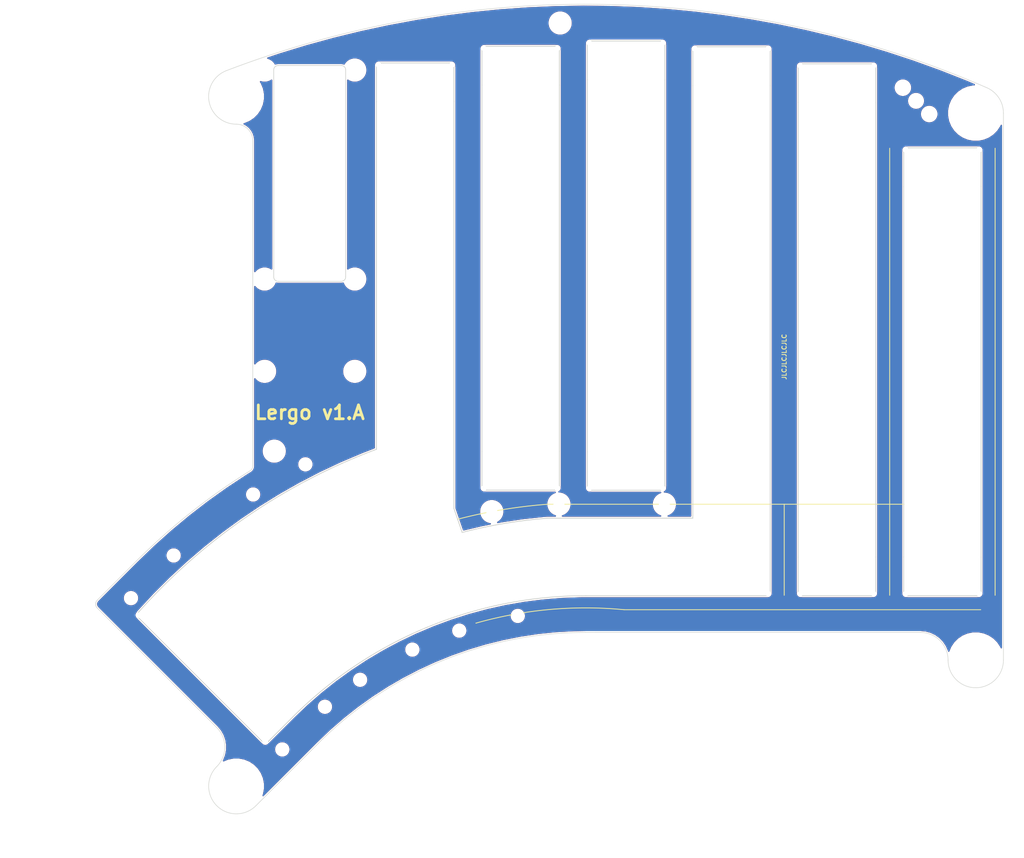
<source format=kicad_pcb>
(kicad_pcb (version 20171130) (host pcbnew 5.1.12-84ad8e8a86~92~ubuntu20.04.1)
  (title_block (title "Lergo top plate with rails, large cutouts") (date 2021-11-15) (rev v1.A) (company "Axel Voitier") (comment 1 "SPDX-License-Identifier: CERN-OHL-W-2.0") (comment 2 "Large cutouts variant") (comment 3 "Rail based layout variant"))
  (layers (0 F.Cu signal) (31 B.Cu signal) (34 B.Paste user hide) (35 F.Paste user hide) (36 B.SilkS user) (37 F.SilkS user) (38 B.Mask user hide) (39 F.Mask user hide) (44 Edge.Cuts user))
  (net 0 "")
  (module "Lergo Footprints:CherryMX_Lergo_v1_TopPlate_2u_1u_Rail_End_Alu" (layer F.Cu) (at 97.135413 135.364647 45)
    (fp_text reference SW2 hide)
    (fp_text value KEY_SWITCH hide)
    (fp_arc (start -6.2 15.725) (end -7 15.725) (angle -90) (layer Edge.Cuts) (width 0.15))
    (fp_arc (start -6.2 -15.78087) (end -6.2 -16.58087) (angle -90) (layer Edge.Cuts) (width 0.15))
    (fp_line (start -7 -15.78087) (end -7 0) (layer Edge.Cuts) (width 0.15))
    (fp_line (start -7 0) (end -7 15.725) (layer Edge.Cuts) (width 0.15))
    (fp_line (start -6.2 16.525) (end 0 16.525) (layer Edge.Cuts) (width 0.15))
    (pad "" np_thru_hole circle (at -6.56 16.085 135) (size 1 1) (drill 1) (layers *.Cu))
    (pad "" np_thru_hole circle (at -6.56 -16.085 45) (size 1 1) (drill 1) (layers *.Cu))
  )
  (module "Lergo Footprints:CherryMX_Lergo_v1_TopPlate_Corner_Alu" (layer F.Cu) (at 188.1 118.12)
    (fp_text reference REF** hide)
    (fp_text value CherryMX_Kyfle_v1_TopPlate_Corner hide)
    (pad "" np_thru_hole circle (at 6.56 6.56) (size 1 1) (drill 1) (layers *.Cu))
  )
  (module "Lergo Footprints:CherryMX_Lergo_v1_TopPlate_1u_Rail_End_Alu" (layer F.Cu) (at 150 99.05 180)
    (fp_text reference SW2 hide)
    (fp_text value KEY_SWITCH hide)
    (fp_arc (start -6.2 -6.2) (end -6.2 -7) (angle -90) (layer Edge.Cuts) (width 0.15))
    (fp_arc (start 6.2 -6.2) (end 7 -6.2) (angle -90) (layer Edge.Cuts) (width 0.15))
    (fp_line (start -7 -6.2) (end -7 0) (layer Edge.Cuts) (width 0.15))
    (fp_line (start 7 0) (end 7 -6.2) (layer Edge.Cuts) (width 0.15))
    (fp_line (start 6.2 -7) (end -6.2 -7) (layer Edge.Cuts) (width 0.15))
    (pad "" np_thru_hole circle (at 6.56 -6.56 180) (size 1 1) (drill 1) (layers *.Cu))
    (pad "" np_thru_hole circle (at -6.56 -6.56 180) (size 1 1) (drill 1) (layers *.Cu))
  )
  (module "Lergo Footprints:CherryMX_Lergo_v1_TopPlate_1u_Rail_End_Alu" (layer F.Cu) (at 130.95 35.86)
    (fp_text reference SW2 hide)
    (fp_text value KEY_SWITCH hide)
    (fp_arc (start -6.2 -6.2) (end -6.2 -7) (angle -90) (layer Edge.Cuts) (width 0.15))
    (fp_arc (start 6.2 -6.2) (end 7 -6.2) (angle -90) (layer Edge.Cuts) (width 0.15))
    (fp_line (start -7 -6.2) (end -7 0) (layer Edge.Cuts) (width 0.15))
    (fp_line (start 7 0) (end 7 -6.2) (layer Edge.Cuts) (width 0.15))
    (fp_line (start 6.2 -7) (end -6.2 -7) (layer Edge.Cuts) (width 0.15))
    (pad "" np_thru_hole circle (at 6.56 -6.56) (size 1 1) (drill 1) (layers *.Cu))
    (pad "" np_thru_hole circle (at -6.56 -6.56) (size 1 1) (drill 1) (layers *.Cu))
  )
  (module "Lergo Footprints:CherryMX_Lergo_v1_TopPlate_1u_Rail_End_Alu" (layer F.Cu) (at 207.15 36.02)
    (fp_text reference SW2 hide)
    (fp_text value KEY_SWITCH hide)
    (fp_arc (start -6.2 -6.2) (end -6.2 -7) (angle -90) (layer Edge.Cuts) (width 0.15))
    (fp_arc (start 6.2 -6.2) (end 7 -6.2) (angle -90) (layer Edge.Cuts) (width 0.15))
    (fp_line (start -7 -6.2) (end -7 0) (layer Edge.Cuts) (width 0.15))
    (fp_line (start 7 0) (end 7 -6.2) (layer Edge.Cuts) (width 0.15))
    (fp_line (start 6.2 -7) (end -6.2 -7) (layer Edge.Cuts) (width 0.15))
    (pad "" np_thru_hole circle (at 6.56 -6.56) (size 1 1) (drill 1) (layers *.Cu))
    (pad "" np_thru_hole circle (at -6.56 -6.56) (size 1 1) (drill 1) (layers *.Cu))
  )
  (module "Lergo Footprints:CherryMX_Lergo_v1_TopPlate_1u_Rail_End_Alu" (layer F.Cu) (at 169.05 31.9)
    (fp_text reference SW2 hide)
    (fp_text value KEY_SWITCH hide)
    (fp_arc (start -6.2 -6.2) (end -6.2 -7) (angle -90) (layer Edge.Cuts) (width 0.15))
    (fp_arc (start 6.2 -6.2) (end 7 -6.2) (angle -90) (layer Edge.Cuts) (width 0.15))
    (fp_line (start -7 -6.2) (end -7 0) (layer Edge.Cuts) (width 0.15))
    (fp_line (start 7 0) (end 7 -6.2) (layer Edge.Cuts) (width 0.15))
    (fp_line (start 6.2 -7) (end -6.2 -7) (layer Edge.Cuts) (width 0.15))
    (pad "" np_thru_hole circle (at 6.56 -6.56) (size 1 1) (drill 1) (layers *.Cu))
    (pad "" np_thru_hole circle (at -6.56 -6.56) (size 1 1) (drill 1) (layers *.Cu))
  )
  (module "Lergo Footprints:CherryMX_Lergo_v1_TopPlate_1u_Rail_End_Alu" (layer F.Cu) (at 169.05 99.07 180)
    (fp_text reference SW2 hide)
    (fp_text value KEY_SWITCH hide)
    (fp_arc (start -6.2 -6.2) (end -6.2 -7) (angle -90) (layer Edge.Cuts) (width 0.15))
    (fp_arc (start 6.2 -6.2) (end 7 -6.2) (angle -90) (layer Edge.Cuts) (width 0.15))
    (fp_line (start -7 -6.2) (end -7 0) (layer Edge.Cuts) (width 0.15))
    (fp_line (start 7 0) (end 7 -6.2) (layer Edge.Cuts) (width 0.15))
    (fp_line (start 6.2 -7) (end -6.2 -7) (layer Edge.Cuts) (width 0.15))
    (pad "" np_thru_hole circle (at 6.56 -6.56 180) (size 1 1) (drill 1) (layers *.Cu))
    (pad "" np_thru_hole circle (at -6.56 -6.56 180) (size 1 1) (drill 1) (layers *.Cu))
  )
  (module "Lergo Footprints:CherryMX_Lergo_v1_TopPlate_1u_Rail_End_Alu" (layer F.Cu) (at 150 32.86)
    (fp_text reference SW2 hide)
    (fp_text value KEY_SWITCH hide)
    (fp_arc (start -6.2 -6.2) (end -6.2 -7) (angle -90) (layer Edge.Cuts) (width 0.15))
    (fp_arc (start 6.2 -6.2) (end 7 -6.2) (angle -90) (layer Edge.Cuts) (width 0.15))
    (fp_line (start -7 -6.2) (end -7 0) (layer Edge.Cuts) (width 0.15))
    (fp_line (start 7 0) (end 7 -6.2) (layer Edge.Cuts) (width 0.15))
    (fp_line (start 6.2 -7) (end -6.2 -7) (layer Edge.Cuts) (width 0.15))
    (pad "" np_thru_hole circle (at 6.56 -6.56) (size 1 1) (drill 1) (layers *.Cu))
    (pad "" np_thru_hole circle (at -6.56 -6.56) (size 1 1) (drill 1) (layers *.Cu))
  )
  (module "Lergo Footprints:CherryMX_Lergo_v1_TopPlate_1u_Rail_End_Alu" (layer F.Cu) (at 226.2 51.2)
    (fp_text reference SW2 hide)
    (fp_text value KEY_SWITCH hide)
    (fp_arc (start -6.2 -6.2) (end -6.2 -7) (angle -90) (layer Edge.Cuts) (width 0.15))
    (fp_arc (start 6.2 -6.2) (end 7 -6.2) (angle -90) (layer Edge.Cuts) (width 0.15))
    (fp_line (start -7 -6.2) (end -7 0) (layer Edge.Cuts) (width 0.15))
    (fp_line (start 7 0) (end 7 -6.2) (layer Edge.Cuts) (width 0.15))
    (fp_line (start 6.2 -7) (end -6.2 -7) (layer Edge.Cuts) (width 0.15))
    (pad "" np_thru_hole circle (at 6.56 -6.56) (size 1 1) (drill 1) (layers *.Cu))
    (pad "" np_thru_hole circle (at -6.56 -6.56) (size 1 1) (drill 1) (layers *.Cu))
  )
  (module "Lergo Footprints:CherryMX_Lergo_v1_TopPlate_1u_Rail_End_Alu" (layer F.Cu) (at 226.2 118.12 180)
    (fp_text reference SW2 hide)
    (fp_text value KEY_SWITCH hide)
    (fp_arc (start -6.2 -6.2) (end -6.2 -7) (angle -90) (layer Edge.Cuts) (width 0.15))
    (fp_arc (start 6.2 -6.2) (end 7 -6.2) (angle -90) (layer Edge.Cuts) (width 0.15))
    (fp_line (start -7 -6.2) (end -7 0) (layer Edge.Cuts) (width 0.15))
    (fp_line (start 7 0) (end 7 -6.2) (layer Edge.Cuts) (width 0.15))
    (fp_line (start 6.2 -7) (end -6.2 -7) (layer Edge.Cuts) (width 0.15))
    (pad "" np_thru_hole circle (at 6.56 -6.56 180) (size 1 1) (drill 1) (layers *.Cu))
    (pad "" np_thru_hole circle (at -6.56 -6.56 180) (size 1 1) (drill 1) (layers *.Cu))
  )
  (module "Lergo Footprints:CherryMX_Lergo_v1_TopPlate_1u_Rail_End_Alu" (layer F.Cu) (at 207.15 118.12 180)
    (fp_text reference SW2 hide)
    (fp_text value KEY_SWITCH hide)
    (fp_arc (start -6.2 -6.2) (end -6.2 -7) (angle -90) (layer Edge.Cuts) (width 0.15))
    (fp_arc (start 6.2 -6.2) (end 7 -6.2) (angle -90) (layer Edge.Cuts) (width 0.15))
    (fp_line (start -7 -6.2) (end -7 0) (layer Edge.Cuts) (width 0.15))
    (fp_line (start 7 0) (end 7 -6.2) (layer Edge.Cuts) (width 0.15))
    (fp_line (start 6.2 -7) (end -6.2 -7) (layer Edge.Cuts) (width 0.15))
    (pad "" np_thru_hole circle (at 6.56 -6.56 180) (size 1 1) (drill 1) (layers *.Cu))
    (pad "" np_thru_hole circle (at -6.56 -6.56 180) (size 1 1) (drill 1) (layers *.Cu))
  )
  (module "Lergo Footprints:CherryMX_Lergo_v1_TopPlate_1u_Rail_End_Alu" (layer F.Cu) (at 188.1 32.94)
    (fp_text reference SW2 hide)
    (fp_text value KEY_SWITCH hide)
    (fp_arc (start -6.2 -6.2) (end -6.2 -7) (angle -90) (layer Edge.Cuts) (width 0.15))
    (fp_arc (start 6.2 -6.2) (end 7 -6.2) (angle -90) (layer Edge.Cuts) (width 0.15))
    (fp_line (start -7 -6.2) (end -7 0) (layer Edge.Cuts) (width 0.15))
    (fp_line (start 7 0) (end 7 -6.2) (layer Edge.Cuts) (width 0.15))
    (fp_line (start 6.2 -7) (end -6.2 -7) (layer Edge.Cuts) (width 0.15))
    (pad "" np_thru_hole circle (at 6.56 -6.56) (size 1 1) (drill 1) (layers *.Cu))
    (pad "" np_thru_hole circle (at -6.56 -6.56) (size 1 1) (drill 1) (layers *.Cu))
  )
  (module "Lergo Footprints:Arduino_ProMicro_Lergo_v1_TopPlate_Alu" (layer F.Cu) (at 111.9 58.3875)
    (fp_text reference SW2 hide)
    (fp_text value "PRO MICRO" hide)
    (fp_arc (start 5.7 9.14) (end 5.7 9.94) (angle -90) (layer Edge.Cuts) (width 0.12))
    (fp_arc (start -5.7 -28.26) (end -5.7 -29.06) (angle -90) (layer Edge.Cuts) (width 0.12))
    (fp_arc (start -5.7 9.14) (end -6.5 9.14) (angle -90) (layer Edge.Cuts) (width 0.12))
    (fp_arc (start 5.7 -28.26) (end 6.5 -28.26) (angle -90) (layer Edge.Cuts) (width 0.12))
    (fp_line (start -5.7 -29.06) (end 5.7 -29.06) (layer Edge.Cuts) (width 0.12))
    (fp_line (start 6.5 -28.26) (end 6.5 9.14) (layer Edge.Cuts) (width 0.12))
    (fp_line (start 5.7 9.94) (end -5.7 9.94) (layer Edge.Cuts) (width 0.12))
    (fp_line (start -6.5 9.14) (end -6.5 -28.26) (layer Edge.Cuts) (width 0.12))
    (pad "" np_thru_hole circle (at -8.14375 26.19375) (size 2 2) (drill 2) (layers *.Cu *.Mask) (clearance 1.1))
    (pad "" np_thru_hole circle (at 8.14375 -28.23) (size 2 2) (drill 2) (layers *.Cu *.Mask) (clearance 1.1))
    (pad "" np_thru_hole circle (at 8.14375 9.525) (size 2 2) (drill 2) (layers *.Cu *.Mask) (clearance 1.1))
    (pad "" np_thru_hole circle (at -8.14375 9.525) (size 2 2) (drill 2) (layers *.Cu *.Mask) (clearance 1.1))
    (pad "" np_thru_hole circle (at -8.14375 -28.23) (size 2 2) (drill 2) (layers *.Cu *.Mask) (clearance 1.1))
    (pad "" np_thru_hole circle (at 8.14375 26.19375) (size 2 2) (drill 2) (layers *.Cu *.Mask) (clearance 1.1))
  )
  (module "Lergo Footprints:CherryMX_Lergo_v1_TopPlate_2u_1u_Rail_Helper" (layer F.Cu) (at 132.003452 113.573203 19)
    (fp_text reference SW2 hide)
    (fp_text value KEY_SWITCH hide)
  )
  (module "Lergo Footprints:Pimoroni_Trackball" (layer F.Cu) (at 141.81562 120.590179 284.1)
    (fp_text reference REF**)
    (fp_text value Pimoroni_Trackball)
    (pad "" np_thru_hole circle (at 9.8 5.45 284.1) (size 2.2 2.2) (drill 2.2) (layers *.Cu *.Mask))
    (pad "" np_thru_hole circle (at -9.8 5.45 284.1) (size 2.2 2.2) (drill 2.2) (layers *.Cu *.Mask))
    (pad "" np_thru_hole circle (at 9.8 -5.45 284.1) (size 2.2 2.2) (drill 2.2) (layers *.Cu *.Mask))
    (pad "" smd circle (at -9.800001 -5.45 284.1) (size 1 1) (layers F.Cu F.Paste F.Mask))
  )
  (module "Lergo Footprints:Pimoroni_Trackball" (layer F.Cu) (at 120.825382 129.092101 120)
    (fp_text reference REF**)
    (fp_text value Pimoroni_Trackball)
    (pad "" np_thru_hole circle (at -9.8 -5.45 120) (size 2.2 2.2) (drill 2.2) (layers *.Cu *.Mask))
    (pad "" np_thru_hole circle (at 9.8 -5.45 120) (size 2.2 2.2) (drill 2.2) (layers *.Cu *.Mask))
    (pad "" np_thru_hole circle (at -9.8 5.45 120) (size 2.2 2.2) (drill 2.2) (layers *.Cu *.Mask))
    (pad "" np_thru_hole circle (at 9.8 5.45 120) (size 2.2 2.2) (drill 2.2) (layers *.Cu *.Mask))
  )
  (module "Lergo Footprints:Pimoroni_Trackball" (layer F.Cu) (at 103.869549 142.102768 315)
    (fp_text reference REF**)
    (fp_text value Pimoroni_Trackball)
    (pad "" np_thru_hole circle (at 9.8 5.45 315) (size 2.2 2.2) (drill 2.2) (layers *.Cu *.Mask))
    (pad "" np_thru_hole circle (at -9.8 5.45 315) (size 2.2 2.2) (drill 2.2) (layers *.Cu *.Mask))
    (pad "" np_thru_hole circle (at 9.8 -5.45 315) (size 2.2 2.2) (drill 2.2) (layers *.Cu *.Mask))
    (pad "" np_thru_hole circle (at -9.8 -5.45 315) (size 2.2 2.2) (drill 2.2) (layers *.Cu *.Mask))
  )
  (module "Lergo Footprints:Pimoroni_Trackball" (layer F.Cu) (at 90.399165 128.632384 135)
    (fp_text reference REF**)
    (fp_text value Pimoroni_Trackball)
    (pad "" np_thru_hole circle (at -9.8 -5.45 135) (size 2.2 2.2) (drill 2.2) (layers *.Cu *.Mask))
    (pad "" np_thru_hole circle (at 9.8 -5.45 135) (size 2.2 2.2) (drill 2.2) (layers *.Cu *.Mask))
    (pad "" np_thru_hole circle (at -9.8 5.45 135) (size 2.2 2.2) (drill 2.2) (layers *.Cu *.Mask))
    (pad "" np_thru_hole circle (at 9.8 5.45 135) (size 2.2 2.2) (drill 2.2) (layers *.Cu *.Mask))
  )
  (module "Lergo Footprints:Pimoroni_Trackball" (layer F.Cu) (at 111.300382 112.594317 300)
    (fp_text reference REF**)
    (fp_text value Pimoroni_Trackball)
    (pad "" np_thru_hole circle (at 9.8 5.45 300) (size 2.2 2.2) (drill 2.2) (layers *.Cu *.Mask))
    (pad "" np_thru_hole circle (at -9.8 5.45 300) (size 2.2 2.2) (drill 2.2) (layers *.Cu *.Mask))
    (pad "" np_thru_hole circle (at 9.8 -5.45 300) (size 2.2 2.2) (drill 2.2) (layers *.Cu *.Mask))
    (pad "" np_thru_hole circle (at -9.8 -5.45 300) (size 2.2 2.2) (drill 2.2) (layers *.Cu *.Mask))
  )
  (module "Lergo Footprints:M2_with_washer" (layer F.Cu) (at 156.92375 108.575)
    (fp_text reference REF** hide)
    (fp_text value MountingHole_2.2mm_M2_ISO14580)
    (pad "" np_thru_hole circle (at 0 0) (size 2 2) (drill 2) (layers *.Cu *.Mask) (clearance 1.1))
  )
  (module "Lergo Footprints:M5_with_washer" (layer F.Cu) (at 98.638899 34.932171)
    (fp_text reference REF** hide)
    (fp_text value MountingHole_2.2mm_M2_ISO14580)
    (pad "" np_thru_hole circle (at 0 0) (size 5.3 5.3) (drill 5.3) (layers *.Cu *.Mask) (clearance 2.35))
  )
  (module "Lergo Footprints:M5_with_washer" (layer F.Cu) (at 98.638899 159.529137)
    (fp_text reference REF** hide)
    (fp_text value MountingHole_2.2mm_M2_ISO14580)
    (pad "" np_thru_hole circle (at 0 0) (size 5.3 5.3) (drill 5.3) (layers *.Cu *.Mask) (clearance 2.35))
  )
  (module "Lergo Footprints:M5_with_washer" (layer F.Cu) (at 232.220381 136.74)
    (fp_text reference REF** hide)
    (fp_text value MountingHole_2.2mm_M2_ISO14580)
    (pad "" np_thru_hole circle (at 0 0) (size 5.3 5.3) (drill 5.3) (layers *.Cu *.Mask) (clearance 2.35))
  )
  (module "Lergo Footprints:M5_with_washer" (layer F.Cu) (at 232.220381 37.928844)
    (fp_text reference REF** hide)
    (fp_text value MountingHole_2.2mm_M2_ISO14580)
    (pad "" np_thru_hole circle (at 0 0) (size 5.3 5.3) (drill 5.3) (layers *.Cu *.Mask) (clearance 2.35))
  )
  (module "Lergo Footprints:JLCBCB_OrderNumber" (layer F.Cu) (at 197.625 81.975 270)
    (fp_text reference JLCJLCJLCJLC (at 0 0 90) (layer F.SilkS) (effects (font (size 0.8 0.8))))
    (fp_text value JLCBCB_OrderNumber)
  )
  (module "Lergo Footprints:M2_with_washer" (layer F.Cu) (at 175.97375 108.595)
    (fp_text reference REF** hide)
    (fp_text value MountingHole_2.2mm_M2_ISO14580)
    (pad "" np_thru_hole circle (at 0 0) (size 2 2) (drill 2) (layers *.Cu *.Mask) (clearance 1.1))
  )
  (module "Lergo Footprints:CherryMX_Lergo_v1_TopPlate_1u_Rail_Helper" (layer F.Cu) (at 147.543805 119.320811 10)
    (fp_text reference SW2 hide)
    (fp_text value KEY_SWITCH hide)
  )
  (module "Lergo Footprints:M2_with_washer" (layer F.Cu) (at 144.793444 109.920811)
    (fp_text reference REF** hide)
    (fp_text value MountingHole_2.2mm_M2_ISO14580)
    (pad "" np_thru_hole circle (at 0 0) (size 2 2) (drill 2) (layers *.Cu *.Mask) (clearance 1.1))
  )
  (module "Lergo Footprints:M2_with_washer" (layer F.Cu) (at 105.5 99)
    (fp_text reference REF** hide)
    (fp_text value MountingHole_2.2mm_M2_ISO14580)
    (pad "" np_thru_hole circle (at 0 0) (size 2 2) (drill 2) (layers *.Cu *.Mask) (clearance 1.1))
  )
  (module "Lergo Footprints:M2_with_washer" (layer F.Cu) (at 157.14375 21.659375)
    (fp_text reference REF** hide)
    (fp_text value MountingHole_2.2mm_M2_ISO14580)
    (pad "" np_thru_hole circle (at 0 0) (size 2 2) (drill 2) (layers *.Cu *.Mask) (clearance 1.1))
  )
  (module "Lergo Footprints:CherryMX_Lergo_v1_TopPlate_1u_Rail_Helper" (layer F.Cu) (at 140.570866 120.913253 15)
    (fp_text reference SW2 hide)
    (fp_text value KEY_SWITCH hide)
  )
  (module "Lergo Footprints:SK6812_Bit_Bottom" (layer F.Cu) (at 221.4375 35.721875)
    (fp_text reference SW2 hide)
    (fp_text value KEY_SWITCH hide)
    (pad "" np_thru_hole circle (at 2.38125 2.38125) (size 1.2 1.2) (drill 1.2) (layers *.Cu *.Mask) (clearance 0.9))
    (pad "" np_thru_hole circle (at -2.38125 -2.38125) (size 1.2 1.2) (drill 1.2) (layers *.Cu *.Mask) (clearance 0.9))
    (pad "" np_thru_hole circle (at 0 0) (size 2.5 2.5) (drill 2.5) (layers *.Cu *.Mask))
  )
  (module "Lergo Footprints:CherryMX_Lergo_v1_TopPlate_1u_Rail_Helper" (layer F.Cu) (at 207.15 118.12 270)
    (fp_text reference SW2 hide)
    (fp_text value KEY_SWITCH hide)
  )
  (module "Lergo Footprints:CherryMX_Lergo_v1_TopPlate_1u_Rail_Helper" (layer F.Cu) (at 226.2 118.12 270)
    (fp_text reference SW2 hide)
    (fp_text value KEY_SWITCH hide)
  )
  (module "Lergo Footprints:CherryMX_Lergo_v1_TopPlate_1u_Rail_Helper" (layer F.Cu) (at 226.2 51.2 90)
    (fp_text reference SW2 hide)
    (fp_text value KEY_SWITCH hide)
  )
  (module "Lergo Footprints:CherryMX_Lergo_v1_TopPlate_1u_Rail_Helper" (layer F.Cu) (at 130.95 108.59 180)
    (fp_text reference SW2 hide)
    (fp_text value KEY_SWITCH hide)
  )
  (module "Lergo Footprints:CherryMX_Lergo_v1_TopPlate_1u_Rail_Helper" (layer F.Cu) (at 161.76 118.12 180)
    (fp_text reference SW2 hide)
    (fp_text value KEY_SWITCH hide)
  )
  (module "Lergo Footprints:CherryMX_Lergo_v1_TopPlate_1u_Rail_Helper" (layer F.Cu) (at 188.1 118.12)
    (fp_text reference SW2 hide)
    (fp_text value KEY_SWITCH hide)
  )
  (gr_line (start 197.625 125.04375) (end 197.625 108.595) (layer F.SilkS) (width 0.15))
  (gr_arc (start 161.760381 199.9936) (end 168.683749 127.645001) (angle -21.31228169) (layer F.SilkS) (width 0.15))
  (gr_arc (start 161.760381 199.9936) (end 154.83625 108.595) (angle -10.30234971) (layer F.SilkS) (width 0.15))
  (gr_line (start 154.83625 108.595) (end 219.27625 108.595) (layer F.SilkS) (width 0.15))
  (gr_line (start 233.12375 127.645) (end 168.68375 127.645) (layer F.SilkS) (width 0.15))
  (gr_line (start 216.675 44.27625) (end 216.675 125.04375) (layer F.SilkS) (width 0.15))
  (gr_line (start 235.725 125.04375) (end 235.725 44.27625) (layer F.SilkS) (width 0.15))
  (gr_line (start 137.95 109.342358) (end 139.444588 113.682955) (layer Edge.Cuts) (width 0.15))
  (gr_arc (start 161.760381 199.9936) (end 123.95 98.666504) (angle -27.82165143) (layer Edge.Cuts) (width 0.15))
  (gr_line (start 154.760001 111.120001) (end 181.1 111.12) (layer Edge.Cuts) (width 0.15))
  (gr_arc (start 194.6 124.62) (end 194.6 125.12) (angle -90) (layer Edge.Cuts) (width 0.15))
  (gr_arc (start 161.760381 199.9936) (end 154.760001 111.120001) (angle -9.992714853) (layer Edge.Cuts) (width 0.15))
  (gr_line (start 161.760001 125.120001) (end 194.6 125.12) (layer Edge.Cuts) (width 0.15))
  (gr_arc (start 161.760381 199.9936) (end 161.760001 125.120001) (angle -44.99755286) (layer Edge.Cuts) (width 0.15))
  (gr_line (start 123.95 35.86) (end 123.95 98.666504) (layer Edge.Cuts) (width 0.15))
  (gr_line (start 137.95 109.342358) (end 137.95 35.86) (layer Edge.Cuts) (width 0.15))
  (gr_line (start 143 32.86) (end 143 99.05) (layer Edge.Cuts) (width 0.15))
  (gr_line (start 157 99.05) (end 157 32.86) (layer Edge.Cuts) (width 0.15))
  (gr_line (start 162.05 31.9) (end 162.05 99.07) (layer Edge.Cuts) (width 0.15))
  (gr_line (start 176.05 99.07) (end 176.05 31.9) (layer Edge.Cuts) (width 0.15))
  (gr_line (start 181.1 32.94) (end 181.1 111.12) (layer Edge.Cuts) (width 0.15))
  (gr_line (start 195.1 124.62) (end 195.1 32.94) (layer Edge.Cuts) (width 0.15))
  (gr_line (start 200.15 36.02) (end 200.15 118.12) (layer Edge.Cuts) (width 0.15))
  (gr_line (start 214.15 118.12) (end 214.15 36.02) (layer Edge.Cuts) (width 0.15))
  (gr_line (start 219.2 51.2) (end 219.2 118.12) (layer Edge.Cuts) (width 0.15))
  (gr_line (start 233.2 118.12) (end 233.2 51.2) (layer Edge.Cuts) (width 0.15))
  (gr_arc (start 74.231955 126.636911) (end 73.524848 125.929804) (angle -90) (layer Edge.Cuts) (width 0.12))
  (gr_arc (start 91.567831 152.458069) (end 95.103365 155.993603) (angle -90) (layer Edge.Cuts) (width 0.1))
  (gr_arc (start 98.638899 159.529137) (end 95.103365 155.993603) (angle -180) (layer Edge.Cuts) (width 0.1))
  (gr_arc (start 98.641295 42.905771) (end 101.614896 42.905771) (angle -90) (layer Edge.Cuts) (width 0.1))
  (gr_arc (start 98.638899 34.932171) (end 96.852971 30.262004) (angle -159.1) (layer Edge.Cuts) (width 0.1))
  (gr_arc (start 222.220381 136.74) (end 227.220381 136.74) (angle -90) (layer Edge.Cuts) (width 0.1))
  (gr_arc (start 232.220381 136.74) (end 227.220381 136.74) (angle -180) (layer Edge.Cuts) (width 0.1))
  (gr_arc (start 100.614896 101.696643) (end 101.143092 102.545766) (angle -58.1) (layer Edge.Cuts) (width 0.1))
  (gr_line (start 101.614896 42.905771) (end 101.614896 101.696929) (layer Edge.Cuts) (width 0.1))
  (gr_text "Lergo v1.A" (at 111.9 92.025) (layer F.SilkS) (effects (font (size 2.5 2.5) (thickness 0.5))))
  (gr_arc (start 232.220381 37.928844) (end 237.220381 37.928844) (angle -66.5) (layer Edge.Cuts) (width 0.1))
  (gr_arc (start 161.760381 199.9936) (end 234.214126 33.343544) (angle -44.42521298) (layer Edge.Cuts) (width 0.1))
  (gr_arc (start 161.760381 199.9936) (end 101.143092 102.545766) (angle -13.11497318) (layer Edge.Cuts) (width 0.1))
  (gr_line (start 73.524848 125.929804) (end 80.612709 118.841943) (layer Edge.Cuts) (width 0.1))
  (gr_line (start 95.103365 148.922535) (end 73.524848 127.344018) (layer Edge.Cuts) (width 0.1))
  (gr_line (start 113.500343 151.733562) (end 102.174433 163.064671) (layer Edge.Cuts) (width 0.1))
  (gr_arc (start 161.760381 199.9936) (end 161.760381 131.7436) (angle -45) (layer Edge.Cuts) (width 0.1))
  (gr_line (start 161.760381 131.7436) (end 222.220381 131.74) (layer Edge.Cuts) (width 0.1))
  (gr_line (start 237.220381 37.928844) (end 237.220381 136.74) (layer Edge.Cuts) (width 0.1))
  (zone (net 0) (net_name "") (layer F.Cu) (connect_pads (clearance 0.2)) (min_thickness 0.254) (fill yes (arc_segments 32) (thermal_gap 0.508) (thermal_bridge_width 0.508))
    (polygon (pts (xy 55.95 132.5) (xy 95.95 172.5) (xy 135.95 142.5) (xy 240.95 142.5) (xy 240.95 17.5) (xy 90.95 17.5) (xy 90.95 97.5)))
  )
  (zone (net 0) (net_name "") (layer B.Cu) (connect_pads (clearance 0.2)) (min_thickness 0.254) (fill yes (arc_segments 32) (thermal_gap 0.508) (thermal_bridge_width 0.508))
    (polygon (pts (xy 55.95 132.5) (xy 95.95 172.5) (xy 135.95 142.5) (xy 240.95 142.5) (xy 240.95 17.5) (xy 90.95 17.5) (xy 90.95 97.5)))
  )
  (zone (net 0) (net_name "") (layers F&B.Cu) (connect_pads (clearance 0.2)) (min_thickness 0.254)
    (keepout (tracks allowed) (vias allowed) (copperpour not_allowed))
    (fill (arc_segments 32) (thermal_gap 0.508) (thermal_bridge_width 0.508))
    (polygon (pts (xy 102.275 31.175) (xy 98.875 31.175) (xy 98.875 28.575) (xy 102.275 28.575)))
  )
)
</source>
